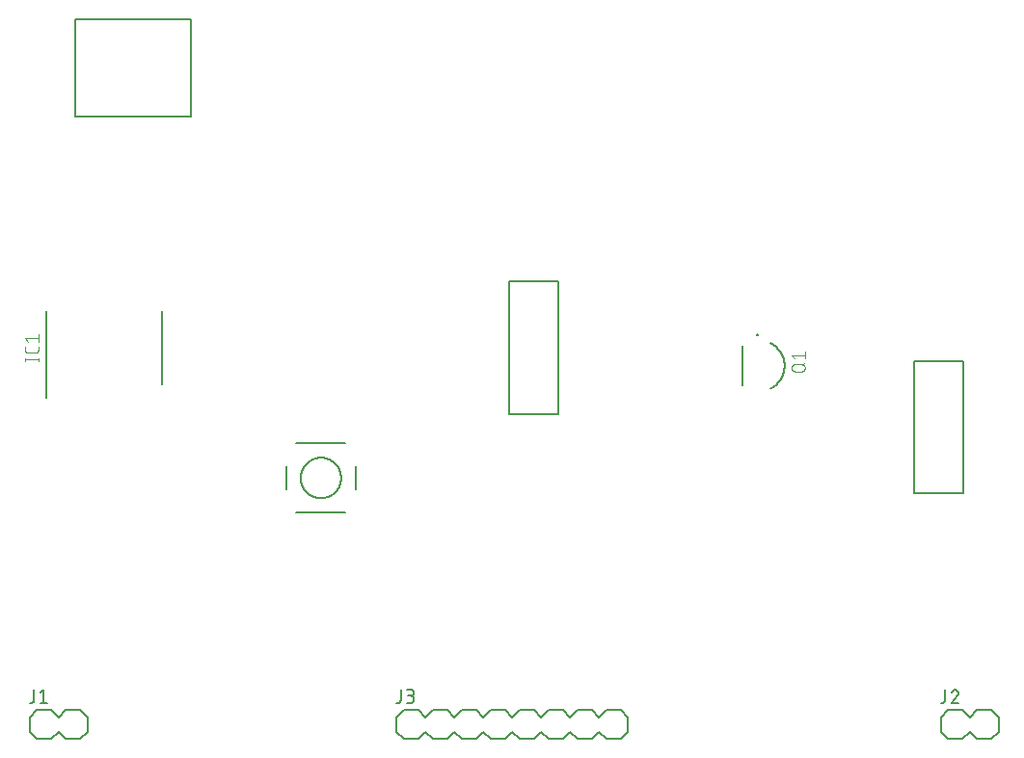
<source format=gbr>
G04 EAGLE Gerber RS-274X export*
G75*
%MOMM*%
%FSLAX34Y34*%
%LPD*%
%INSilkscreen Top*%
%IPPOS*%
%AMOC8*
5,1,8,0,0,1.08239X$1,22.5*%
G01*
%ADD10C,0.200000*%
%ADD11C,0.101600*%
%ADD12C,0.127000*%
%ADD13C,0.203200*%


D10*
X101650Y337250D02*
X101650Y413400D01*
X203150Y413400D02*
X203150Y348600D01*
D11*
X94742Y370692D02*
X83058Y370692D01*
X94742Y369394D02*
X94742Y371990D01*
X83058Y371990D02*
X83058Y369394D01*
X94742Y379154D02*
X94742Y381750D01*
X94742Y379154D02*
X94740Y379055D01*
X94734Y378955D01*
X94725Y378856D01*
X94712Y378758D01*
X94695Y378660D01*
X94674Y378562D01*
X94649Y378466D01*
X94621Y378371D01*
X94589Y378277D01*
X94554Y378184D01*
X94515Y378092D01*
X94472Y378002D01*
X94427Y377914D01*
X94377Y377827D01*
X94325Y377743D01*
X94269Y377660D01*
X94211Y377580D01*
X94149Y377502D01*
X94084Y377427D01*
X94016Y377354D01*
X93946Y377284D01*
X93873Y377216D01*
X93798Y377151D01*
X93720Y377089D01*
X93640Y377031D01*
X93557Y376975D01*
X93473Y376923D01*
X93386Y376873D01*
X93298Y376828D01*
X93208Y376785D01*
X93116Y376746D01*
X93023Y376711D01*
X92929Y376679D01*
X92834Y376651D01*
X92738Y376626D01*
X92640Y376605D01*
X92542Y376588D01*
X92444Y376575D01*
X92345Y376566D01*
X92245Y376560D01*
X92146Y376558D01*
X92146Y376557D02*
X85654Y376557D01*
X85555Y376559D01*
X85455Y376565D01*
X85356Y376574D01*
X85258Y376587D01*
X85160Y376605D01*
X85062Y376625D01*
X84966Y376650D01*
X84870Y376678D01*
X84776Y376710D01*
X84683Y376745D01*
X84592Y376784D01*
X84502Y376827D01*
X84413Y376872D01*
X84327Y376922D01*
X84242Y376974D01*
X84160Y377030D01*
X84080Y377089D01*
X84002Y377150D01*
X83926Y377215D01*
X83853Y377283D01*
X83783Y377353D01*
X83715Y377426D01*
X83650Y377502D01*
X83589Y377580D01*
X83530Y377660D01*
X83474Y377742D01*
X83422Y377827D01*
X83373Y377913D01*
X83327Y378002D01*
X83284Y378092D01*
X83245Y378183D01*
X83210Y378276D01*
X83178Y378370D01*
X83150Y378466D01*
X83125Y378562D01*
X83105Y378660D01*
X83087Y378758D01*
X83074Y378856D01*
X83065Y378955D01*
X83059Y379054D01*
X83057Y379154D01*
X83058Y379154D02*
X83058Y381750D01*
X85654Y386115D02*
X83058Y389361D01*
X94742Y389361D01*
X94742Y392606D02*
X94742Y386115D01*
D12*
X127000Y584200D02*
X127000Y670177D01*
X127000Y584200D02*
X228600Y584200D01*
X228600Y670177D01*
X127000Y670177D01*
D13*
X106350Y62700D02*
X93650Y62700D01*
X106350Y62700D02*
X112700Y56350D01*
X112700Y43650D02*
X106350Y37300D01*
X112700Y56350D02*
X119050Y62700D01*
X131750Y62700D01*
X138100Y56350D01*
X138100Y43650D02*
X131750Y37300D01*
X119050Y37300D01*
X112700Y43650D01*
X87300Y43650D02*
X87300Y56350D01*
X93650Y62700D01*
X87300Y43650D02*
X93650Y37300D01*
X106350Y37300D01*
X138100Y43650D02*
X138100Y56350D01*
D12*
X90983Y71463D02*
X90983Y80353D01*
X90983Y71463D02*
X90981Y71363D01*
X90975Y71264D01*
X90965Y71164D01*
X90952Y71066D01*
X90934Y70967D01*
X90913Y70870D01*
X90888Y70774D01*
X90859Y70678D01*
X90826Y70584D01*
X90790Y70491D01*
X90750Y70400D01*
X90706Y70310D01*
X90659Y70222D01*
X90609Y70136D01*
X90555Y70052D01*
X90498Y69970D01*
X90438Y69891D01*
X90374Y69813D01*
X90308Y69739D01*
X90239Y69667D01*
X90167Y69598D01*
X90093Y69532D01*
X90015Y69468D01*
X89936Y69408D01*
X89854Y69351D01*
X89770Y69297D01*
X89684Y69247D01*
X89596Y69200D01*
X89506Y69156D01*
X89415Y69116D01*
X89322Y69080D01*
X89228Y69047D01*
X89132Y69018D01*
X89036Y68993D01*
X88939Y68972D01*
X88840Y68954D01*
X88742Y68941D01*
X88642Y68931D01*
X88543Y68925D01*
X88443Y68923D01*
X87173Y68923D01*
X96392Y77813D02*
X99567Y80353D01*
X99567Y68923D01*
X96392Y68923D02*
X102742Y68923D01*
D13*
X321310Y236220D02*
X364490Y236220D01*
X364490Y297180D02*
X321310Y297180D01*
X312420Y276860D02*
X312420Y256720D01*
X373380Y256420D02*
X373380Y276860D01*
X325120Y266700D02*
X325125Y267136D01*
X325141Y267572D01*
X325168Y268008D01*
X325206Y268443D01*
X325254Y268876D01*
X325312Y269309D01*
X325382Y269740D01*
X325462Y270169D01*
X325552Y270596D01*
X325653Y271020D01*
X325764Y271442D01*
X325886Y271861D01*
X326017Y272277D01*
X326159Y272690D01*
X326311Y273099D01*
X326473Y273504D01*
X326645Y273905D01*
X326827Y274302D01*
X327018Y274694D01*
X327219Y275081D01*
X327430Y275464D01*
X327650Y275841D01*
X327879Y276212D01*
X328116Y276578D01*
X328363Y276938D01*
X328619Y277292D01*
X328883Y277639D01*
X329156Y277980D01*
X329437Y278313D01*
X329726Y278640D01*
X330023Y278960D01*
X330328Y279272D01*
X330640Y279577D01*
X330960Y279874D01*
X331287Y280163D01*
X331620Y280444D01*
X331961Y280717D01*
X332308Y280981D01*
X332662Y281237D01*
X333022Y281484D01*
X333388Y281721D01*
X333759Y281950D01*
X334136Y282170D01*
X334519Y282381D01*
X334906Y282582D01*
X335298Y282773D01*
X335695Y282955D01*
X336096Y283127D01*
X336501Y283289D01*
X336910Y283441D01*
X337323Y283583D01*
X337739Y283714D01*
X338158Y283836D01*
X338580Y283947D01*
X339004Y284048D01*
X339431Y284138D01*
X339860Y284218D01*
X340291Y284288D01*
X340724Y284346D01*
X341157Y284394D01*
X341592Y284432D01*
X342028Y284459D01*
X342464Y284475D01*
X342900Y284480D01*
X343336Y284475D01*
X343772Y284459D01*
X344208Y284432D01*
X344643Y284394D01*
X345076Y284346D01*
X345509Y284288D01*
X345940Y284218D01*
X346369Y284138D01*
X346796Y284048D01*
X347220Y283947D01*
X347642Y283836D01*
X348061Y283714D01*
X348477Y283583D01*
X348890Y283441D01*
X349299Y283289D01*
X349704Y283127D01*
X350105Y282955D01*
X350502Y282773D01*
X350894Y282582D01*
X351281Y282381D01*
X351664Y282170D01*
X352041Y281950D01*
X352412Y281721D01*
X352778Y281484D01*
X353138Y281237D01*
X353492Y280981D01*
X353839Y280717D01*
X354180Y280444D01*
X354513Y280163D01*
X354840Y279874D01*
X355160Y279577D01*
X355472Y279272D01*
X355777Y278960D01*
X356074Y278640D01*
X356363Y278313D01*
X356644Y277980D01*
X356917Y277639D01*
X357181Y277292D01*
X357437Y276938D01*
X357684Y276578D01*
X357921Y276212D01*
X358150Y275841D01*
X358370Y275464D01*
X358581Y275081D01*
X358782Y274694D01*
X358973Y274302D01*
X359155Y273905D01*
X359327Y273504D01*
X359489Y273099D01*
X359641Y272690D01*
X359783Y272277D01*
X359914Y271861D01*
X360036Y271442D01*
X360147Y271020D01*
X360248Y270596D01*
X360338Y270169D01*
X360418Y269740D01*
X360488Y269309D01*
X360546Y268876D01*
X360594Y268443D01*
X360632Y268008D01*
X360659Y267572D01*
X360675Y267136D01*
X360680Y266700D01*
X360675Y266264D01*
X360659Y265828D01*
X360632Y265392D01*
X360594Y264957D01*
X360546Y264524D01*
X360488Y264091D01*
X360418Y263660D01*
X360338Y263231D01*
X360248Y262804D01*
X360147Y262380D01*
X360036Y261958D01*
X359914Y261539D01*
X359783Y261123D01*
X359641Y260710D01*
X359489Y260301D01*
X359327Y259896D01*
X359155Y259495D01*
X358973Y259098D01*
X358782Y258706D01*
X358581Y258319D01*
X358370Y257936D01*
X358150Y257559D01*
X357921Y257188D01*
X357684Y256822D01*
X357437Y256462D01*
X357181Y256108D01*
X356917Y255761D01*
X356644Y255420D01*
X356363Y255087D01*
X356074Y254760D01*
X355777Y254440D01*
X355472Y254128D01*
X355160Y253823D01*
X354840Y253526D01*
X354513Y253237D01*
X354180Y252956D01*
X353839Y252683D01*
X353492Y252419D01*
X353138Y252163D01*
X352778Y251916D01*
X352412Y251679D01*
X352041Y251450D01*
X351664Y251230D01*
X351281Y251019D01*
X350894Y250818D01*
X350502Y250627D01*
X350105Y250445D01*
X349704Y250273D01*
X349299Y250111D01*
X348890Y249959D01*
X348477Y249817D01*
X348061Y249686D01*
X347642Y249564D01*
X347220Y249453D01*
X346796Y249352D01*
X346369Y249262D01*
X345940Y249182D01*
X345509Y249112D01*
X345076Y249054D01*
X344643Y249006D01*
X344208Y248968D01*
X343772Y248941D01*
X343336Y248925D01*
X342900Y248920D01*
X342464Y248925D01*
X342028Y248941D01*
X341592Y248968D01*
X341157Y249006D01*
X340724Y249054D01*
X340291Y249112D01*
X339860Y249182D01*
X339431Y249262D01*
X339004Y249352D01*
X338580Y249453D01*
X338158Y249564D01*
X337739Y249686D01*
X337323Y249817D01*
X336910Y249959D01*
X336501Y250111D01*
X336096Y250273D01*
X335695Y250445D01*
X335298Y250627D01*
X334906Y250818D01*
X334519Y251019D01*
X334136Y251230D01*
X333759Y251450D01*
X333388Y251679D01*
X333022Y251916D01*
X332662Y252163D01*
X332308Y252419D01*
X331961Y252683D01*
X331620Y252956D01*
X331287Y253237D01*
X330960Y253526D01*
X330640Y253823D01*
X330328Y254128D01*
X330023Y254440D01*
X329726Y254760D01*
X329437Y255087D01*
X329156Y255420D01*
X328883Y255761D01*
X328619Y256108D01*
X328363Y256462D01*
X328116Y256822D01*
X327879Y257188D01*
X327650Y257559D01*
X327430Y257936D01*
X327219Y258319D01*
X327018Y258706D01*
X326827Y259098D01*
X326645Y259495D01*
X326473Y259896D01*
X326311Y260301D01*
X326159Y260710D01*
X326017Y261123D01*
X325886Y261539D01*
X325764Y261958D01*
X325653Y262380D01*
X325552Y262804D01*
X325462Y263231D01*
X325382Y263660D01*
X325312Y264091D01*
X325254Y264524D01*
X325206Y264957D01*
X325168Y265392D01*
X325141Y265828D01*
X325125Y266264D01*
X325120Y266700D01*
X507840Y322850D02*
X551340Y322850D01*
X551340Y439150D01*
X507840Y439150D01*
X507840Y322850D01*
D10*
X713200Y348160D02*
X713200Y382460D01*
X713200Y348160D01*
X737899Y345421D02*
X738380Y345677D01*
X738853Y345944D01*
X739321Y346223D01*
X739781Y346513D01*
X740234Y346814D01*
X740680Y347127D01*
X741118Y347449D01*
X741548Y347783D01*
X741969Y348127D01*
X742383Y348481D01*
X742787Y348844D01*
X743183Y349218D01*
X743569Y349601D01*
X743946Y349993D01*
X744313Y350395D01*
X744671Y350805D01*
X745018Y351224D01*
X745355Y351651D01*
X745682Y352086D01*
X745998Y352529D01*
X746303Y352979D01*
X746597Y353437D01*
X746880Y353902D01*
X747151Y354373D01*
X747411Y354851D01*
X747660Y355335D01*
X747896Y355825D01*
X748121Y356321D01*
X748333Y356822D01*
X748533Y357328D01*
X748721Y357839D01*
X748896Y358354D01*
X749059Y358873D01*
X749209Y359396D01*
X749346Y359922D01*
X749471Y360452D01*
X749582Y360985D01*
X749681Y361520D01*
X749766Y362057D01*
X749839Y362596D01*
X749898Y363137D01*
X749945Y363679D01*
X749978Y364222D01*
X749997Y364766D01*
X750004Y365310D01*
X749997Y365854D01*
X749978Y366398D01*
X749945Y366941D01*
X749898Y367483D01*
X749839Y368024D01*
X749766Y368563D01*
X749681Y369100D01*
X749582Y369635D01*
X749471Y370168D01*
X749346Y370698D01*
X749209Y371224D01*
X749059Y371747D01*
X748896Y372266D01*
X748721Y372781D01*
X748533Y373292D01*
X748333Y373798D01*
X748121Y374299D01*
X747896Y374795D01*
X747660Y375285D01*
X747411Y375769D01*
X747151Y376247D01*
X746880Y376718D01*
X746597Y377183D01*
X746303Y377641D01*
X745998Y378091D01*
X745682Y378534D01*
X745355Y378969D01*
X745018Y379396D01*
X744671Y379815D01*
X744313Y380225D01*
X743946Y380627D01*
X743569Y381019D01*
X743183Y381402D01*
X742787Y381776D01*
X742383Y382139D01*
X741969Y382493D01*
X741548Y382837D01*
X741118Y383171D01*
X740680Y383493D01*
X740234Y383806D01*
X739781Y384107D01*
X739321Y384397D01*
X738853Y384676D01*
X738380Y384943D01*
X737899Y385199D01*
X725810Y392630D02*
X725812Y392668D01*
X725818Y392706D01*
X725827Y392744D01*
X725841Y392780D01*
X725858Y392814D01*
X725878Y392847D01*
X725902Y392878D01*
X725928Y392905D01*
X725957Y392930D01*
X725989Y392952D01*
X726023Y392971D01*
X726058Y392986D01*
X726095Y392998D01*
X726132Y393006D01*
X726171Y393010D01*
X726209Y393010D01*
X726248Y393006D01*
X726285Y392998D01*
X726322Y392986D01*
X726357Y392971D01*
X726391Y392952D01*
X726423Y392930D01*
X726452Y392905D01*
X726478Y392878D01*
X726502Y392847D01*
X726522Y392814D01*
X726539Y392780D01*
X726553Y392744D01*
X726562Y392706D01*
X726568Y392668D01*
X726570Y392630D01*
X726568Y392592D01*
X726562Y392554D01*
X726553Y392516D01*
X726539Y392480D01*
X726522Y392446D01*
X726502Y392413D01*
X726478Y392382D01*
X726452Y392355D01*
X726423Y392330D01*
X726391Y392308D01*
X726357Y392289D01*
X726322Y392274D01*
X726285Y392262D01*
X726248Y392254D01*
X726209Y392250D01*
X726171Y392250D01*
X726132Y392254D01*
X726095Y392262D01*
X726058Y392274D01*
X726023Y392289D01*
X725989Y392308D01*
X725957Y392330D01*
X725928Y392355D01*
X725902Y392382D01*
X725878Y392413D01*
X725858Y392446D01*
X725841Y392480D01*
X725827Y392516D01*
X725818Y392554D01*
X725812Y392592D01*
X725810Y392630D01*
D11*
X759414Y360243D02*
X764606Y360243D01*
X759414Y360242D02*
X759301Y360244D01*
X759188Y360250D01*
X759075Y360260D01*
X758962Y360274D01*
X758850Y360291D01*
X758739Y360313D01*
X758629Y360338D01*
X758519Y360368D01*
X758411Y360401D01*
X758304Y360438D01*
X758198Y360478D01*
X758094Y360523D01*
X757991Y360571D01*
X757890Y360622D01*
X757791Y360677D01*
X757694Y360735D01*
X757599Y360797D01*
X757506Y360862D01*
X757416Y360930D01*
X757328Y361001D01*
X757242Y361076D01*
X757159Y361153D01*
X757079Y361233D01*
X757002Y361316D01*
X756927Y361402D01*
X756856Y361490D01*
X756788Y361580D01*
X756723Y361673D01*
X756661Y361768D01*
X756603Y361865D01*
X756548Y361964D01*
X756497Y362065D01*
X756449Y362168D01*
X756404Y362272D01*
X756364Y362378D01*
X756327Y362485D01*
X756294Y362593D01*
X756264Y362703D01*
X756239Y362813D01*
X756217Y362924D01*
X756200Y363036D01*
X756186Y363149D01*
X756176Y363262D01*
X756170Y363375D01*
X756168Y363488D01*
X756170Y363601D01*
X756176Y363714D01*
X756186Y363827D01*
X756200Y363940D01*
X756217Y364052D01*
X756239Y364163D01*
X756264Y364273D01*
X756294Y364383D01*
X756327Y364491D01*
X756364Y364598D01*
X756404Y364704D01*
X756449Y364808D01*
X756497Y364911D01*
X756548Y365012D01*
X756603Y365111D01*
X756661Y365208D01*
X756723Y365303D01*
X756788Y365396D01*
X756856Y365486D01*
X756927Y365574D01*
X757002Y365660D01*
X757079Y365743D01*
X757159Y365823D01*
X757242Y365900D01*
X757328Y365975D01*
X757416Y366046D01*
X757506Y366114D01*
X757599Y366179D01*
X757694Y366241D01*
X757791Y366299D01*
X757890Y366354D01*
X757991Y366405D01*
X758094Y366453D01*
X758198Y366498D01*
X758304Y366538D01*
X758411Y366575D01*
X758519Y366608D01*
X758629Y366638D01*
X758739Y366663D01*
X758850Y366685D01*
X758962Y366702D01*
X759075Y366716D01*
X759188Y366726D01*
X759301Y366732D01*
X759414Y366734D01*
X764606Y366734D01*
X764719Y366732D01*
X764832Y366726D01*
X764945Y366716D01*
X765058Y366702D01*
X765170Y366685D01*
X765281Y366663D01*
X765391Y366638D01*
X765501Y366608D01*
X765609Y366575D01*
X765716Y366538D01*
X765822Y366498D01*
X765926Y366453D01*
X766029Y366405D01*
X766130Y366354D01*
X766229Y366299D01*
X766326Y366241D01*
X766421Y366179D01*
X766514Y366114D01*
X766604Y366046D01*
X766692Y365975D01*
X766778Y365900D01*
X766861Y365823D01*
X766941Y365743D01*
X767018Y365660D01*
X767093Y365574D01*
X767164Y365486D01*
X767232Y365396D01*
X767297Y365303D01*
X767359Y365208D01*
X767417Y365111D01*
X767472Y365012D01*
X767523Y364911D01*
X767571Y364808D01*
X767616Y364704D01*
X767656Y364598D01*
X767693Y364491D01*
X767726Y364383D01*
X767756Y364273D01*
X767781Y364163D01*
X767803Y364052D01*
X767820Y363940D01*
X767834Y363827D01*
X767844Y363714D01*
X767850Y363601D01*
X767852Y363488D01*
X767850Y363375D01*
X767844Y363262D01*
X767834Y363149D01*
X767820Y363036D01*
X767803Y362924D01*
X767781Y362813D01*
X767756Y362703D01*
X767726Y362593D01*
X767693Y362485D01*
X767656Y362378D01*
X767616Y362272D01*
X767571Y362168D01*
X767523Y362065D01*
X767472Y361964D01*
X767417Y361865D01*
X767359Y361768D01*
X767297Y361673D01*
X767232Y361580D01*
X767164Y361490D01*
X767093Y361402D01*
X767018Y361316D01*
X766941Y361233D01*
X766861Y361153D01*
X766778Y361076D01*
X766692Y361001D01*
X766604Y360930D01*
X766514Y360862D01*
X766421Y360797D01*
X766326Y360735D01*
X766229Y360677D01*
X766130Y360622D01*
X766029Y360571D01*
X765926Y360523D01*
X765822Y360478D01*
X765716Y360438D01*
X765609Y360401D01*
X765501Y360368D01*
X765391Y360338D01*
X765281Y360313D01*
X765170Y360291D01*
X765058Y360274D01*
X764945Y360260D01*
X764832Y360250D01*
X764719Y360244D01*
X764606Y360242D01*
X765256Y365435D02*
X767852Y368032D01*
X758764Y371386D02*
X756168Y374632D01*
X767852Y374632D01*
X767852Y377877D02*
X767852Y371386D01*
D13*
X863440Y369300D02*
X906940Y369300D01*
X863440Y369300D02*
X863440Y253000D01*
X906940Y253000D01*
X906940Y369300D01*
X580750Y62700D02*
X568050Y62700D01*
X580750Y62700D02*
X587100Y56350D01*
X587100Y43650D02*
X580750Y37300D01*
X542650Y62700D02*
X536300Y56350D01*
X542650Y62700D02*
X555350Y62700D01*
X561700Y56350D01*
X561700Y43650D02*
X555350Y37300D01*
X542650Y37300D01*
X536300Y43650D01*
X561700Y56350D02*
X568050Y62700D01*
X561700Y43650D02*
X568050Y37300D01*
X580750Y37300D01*
X504550Y62700D02*
X491850Y62700D01*
X504550Y62700D02*
X510900Y56350D01*
X510900Y43650D02*
X504550Y37300D01*
X510900Y56350D02*
X517250Y62700D01*
X529950Y62700D01*
X536300Y56350D01*
X536300Y43650D02*
X529950Y37300D01*
X517250Y37300D01*
X510900Y43650D01*
X466450Y62700D02*
X460100Y56350D01*
X466450Y62700D02*
X479150Y62700D01*
X485500Y56350D01*
X485500Y43650D02*
X479150Y37300D01*
X466450Y37300D01*
X460100Y43650D01*
X485500Y56350D02*
X491850Y62700D01*
X485500Y43650D02*
X491850Y37300D01*
X504550Y37300D01*
X428350Y62700D02*
X415650Y62700D01*
X428350Y62700D02*
X434700Y56350D01*
X434700Y43650D02*
X428350Y37300D01*
X434700Y56350D02*
X441050Y62700D01*
X453750Y62700D01*
X460100Y56350D01*
X460100Y43650D02*
X453750Y37300D01*
X441050Y37300D01*
X434700Y43650D01*
X409300Y43650D02*
X409300Y56350D01*
X415650Y62700D01*
X409300Y43650D02*
X415650Y37300D01*
X428350Y37300D01*
X593450Y62700D02*
X606150Y62700D01*
X612500Y56350D01*
X612500Y43650D01*
X606150Y37300D01*
X587100Y56350D02*
X593450Y62700D01*
X587100Y43650D02*
X593450Y37300D01*
X606150Y37300D01*
D12*
X412983Y71463D02*
X412983Y80353D01*
X412983Y71463D02*
X412981Y71363D01*
X412975Y71264D01*
X412965Y71164D01*
X412952Y71066D01*
X412934Y70967D01*
X412913Y70870D01*
X412888Y70774D01*
X412859Y70678D01*
X412826Y70584D01*
X412790Y70491D01*
X412750Y70400D01*
X412706Y70310D01*
X412659Y70222D01*
X412609Y70136D01*
X412555Y70052D01*
X412498Y69970D01*
X412438Y69891D01*
X412374Y69813D01*
X412308Y69739D01*
X412239Y69667D01*
X412167Y69598D01*
X412093Y69532D01*
X412015Y69468D01*
X411936Y69408D01*
X411854Y69351D01*
X411770Y69297D01*
X411684Y69247D01*
X411596Y69200D01*
X411506Y69156D01*
X411415Y69116D01*
X411322Y69080D01*
X411228Y69047D01*
X411132Y69018D01*
X411036Y68993D01*
X410939Y68972D01*
X410840Y68954D01*
X410742Y68941D01*
X410642Y68931D01*
X410543Y68925D01*
X410443Y68923D01*
X409173Y68923D01*
X418392Y68923D02*
X421567Y68923D01*
X421678Y68925D01*
X421788Y68931D01*
X421899Y68940D01*
X422009Y68954D01*
X422118Y68971D01*
X422227Y68992D01*
X422335Y69017D01*
X422442Y69046D01*
X422548Y69078D01*
X422653Y69114D01*
X422756Y69154D01*
X422858Y69197D01*
X422959Y69244D01*
X423058Y69295D01*
X423155Y69348D01*
X423249Y69405D01*
X423342Y69466D01*
X423433Y69529D01*
X423522Y69596D01*
X423608Y69666D01*
X423691Y69739D01*
X423773Y69814D01*
X423851Y69892D01*
X423926Y69974D01*
X423999Y70057D01*
X424069Y70143D01*
X424136Y70232D01*
X424199Y70323D01*
X424260Y70416D01*
X424317Y70510D01*
X424370Y70607D01*
X424421Y70706D01*
X424468Y70807D01*
X424511Y70909D01*
X424551Y71012D01*
X424587Y71117D01*
X424619Y71223D01*
X424648Y71330D01*
X424673Y71438D01*
X424694Y71547D01*
X424711Y71656D01*
X424725Y71766D01*
X424734Y71877D01*
X424740Y71987D01*
X424742Y72098D01*
X424740Y72209D01*
X424734Y72319D01*
X424725Y72430D01*
X424711Y72540D01*
X424694Y72649D01*
X424673Y72758D01*
X424648Y72866D01*
X424619Y72973D01*
X424587Y73079D01*
X424551Y73184D01*
X424511Y73287D01*
X424468Y73389D01*
X424421Y73490D01*
X424370Y73589D01*
X424317Y73685D01*
X424260Y73780D01*
X424199Y73873D01*
X424136Y73964D01*
X424069Y74053D01*
X423999Y74139D01*
X423926Y74222D01*
X423851Y74304D01*
X423773Y74382D01*
X423691Y74457D01*
X423608Y74530D01*
X423522Y74600D01*
X423433Y74667D01*
X423342Y74730D01*
X423249Y74791D01*
X423155Y74848D01*
X423058Y74901D01*
X422959Y74952D01*
X422858Y74999D01*
X422756Y75042D01*
X422653Y75082D01*
X422548Y75118D01*
X422442Y75150D01*
X422335Y75179D01*
X422227Y75204D01*
X422118Y75225D01*
X422009Y75242D01*
X421899Y75256D01*
X421788Y75265D01*
X421678Y75271D01*
X421567Y75273D01*
X422202Y80353D02*
X418392Y80353D01*
X422202Y80353D02*
X422302Y80351D01*
X422401Y80345D01*
X422501Y80335D01*
X422599Y80322D01*
X422698Y80304D01*
X422795Y80283D01*
X422891Y80258D01*
X422987Y80229D01*
X423081Y80196D01*
X423174Y80160D01*
X423265Y80120D01*
X423355Y80076D01*
X423443Y80029D01*
X423529Y79979D01*
X423613Y79925D01*
X423695Y79868D01*
X423774Y79808D01*
X423852Y79744D01*
X423926Y79678D01*
X423998Y79609D01*
X424067Y79537D01*
X424133Y79463D01*
X424197Y79385D01*
X424257Y79306D01*
X424314Y79224D01*
X424368Y79140D01*
X424418Y79054D01*
X424465Y78966D01*
X424509Y78876D01*
X424549Y78785D01*
X424585Y78692D01*
X424618Y78598D01*
X424647Y78502D01*
X424672Y78406D01*
X424693Y78309D01*
X424711Y78210D01*
X424724Y78112D01*
X424734Y78012D01*
X424740Y77913D01*
X424742Y77813D01*
X424740Y77713D01*
X424734Y77614D01*
X424724Y77514D01*
X424711Y77416D01*
X424693Y77317D01*
X424672Y77220D01*
X424647Y77124D01*
X424618Y77028D01*
X424585Y76934D01*
X424549Y76841D01*
X424509Y76750D01*
X424465Y76660D01*
X424418Y76572D01*
X424368Y76486D01*
X424314Y76402D01*
X424257Y76320D01*
X424197Y76241D01*
X424133Y76163D01*
X424067Y76089D01*
X423998Y76017D01*
X423926Y75948D01*
X423852Y75882D01*
X423774Y75818D01*
X423695Y75758D01*
X423613Y75701D01*
X423529Y75647D01*
X423443Y75597D01*
X423355Y75550D01*
X423265Y75506D01*
X423174Y75466D01*
X423081Y75430D01*
X422987Y75397D01*
X422891Y75368D01*
X422795Y75343D01*
X422698Y75322D01*
X422599Y75304D01*
X422501Y75291D01*
X422401Y75281D01*
X422302Y75275D01*
X422202Y75273D01*
X419662Y75273D01*
D13*
X893650Y62700D02*
X906350Y62700D01*
X912700Y56350D01*
X912700Y43650D02*
X906350Y37300D01*
X912700Y56350D02*
X919050Y62700D01*
X931750Y62700D01*
X938100Y56350D01*
X938100Y43650D02*
X931750Y37300D01*
X919050Y37300D01*
X912700Y43650D01*
X887300Y43650D02*
X887300Y56350D01*
X893650Y62700D01*
X887300Y43650D02*
X893650Y37300D01*
X906350Y37300D01*
X938100Y43650D02*
X938100Y56350D01*
D12*
X890983Y71463D02*
X890983Y80353D01*
X890983Y71463D02*
X890981Y71363D01*
X890975Y71264D01*
X890965Y71164D01*
X890952Y71066D01*
X890934Y70967D01*
X890913Y70870D01*
X890888Y70774D01*
X890859Y70678D01*
X890826Y70584D01*
X890790Y70491D01*
X890750Y70400D01*
X890706Y70310D01*
X890659Y70222D01*
X890609Y70136D01*
X890555Y70052D01*
X890498Y69970D01*
X890438Y69891D01*
X890374Y69813D01*
X890308Y69739D01*
X890239Y69667D01*
X890167Y69598D01*
X890093Y69532D01*
X890015Y69468D01*
X889936Y69408D01*
X889854Y69351D01*
X889770Y69297D01*
X889684Y69247D01*
X889596Y69200D01*
X889506Y69156D01*
X889415Y69116D01*
X889322Y69080D01*
X889228Y69047D01*
X889132Y69018D01*
X889036Y68993D01*
X888939Y68972D01*
X888840Y68954D01*
X888742Y68941D01*
X888642Y68931D01*
X888543Y68925D01*
X888443Y68923D01*
X887173Y68923D01*
X899884Y80354D02*
X899988Y80352D01*
X900093Y80346D01*
X900197Y80337D01*
X900300Y80324D01*
X900403Y80306D01*
X900505Y80286D01*
X900607Y80261D01*
X900707Y80233D01*
X900807Y80201D01*
X900905Y80165D01*
X901002Y80126D01*
X901097Y80084D01*
X901191Y80038D01*
X901283Y79988D01*
X901373Y79936D01*
X901461Y79880D01*
X901547Y79820D01*
X901631Y79758D01*
X901712Y79693D01*
X901791Y79625D01*
X901868Y79553D01*
X901941Y79480D01*
X902013Y79403D01*
X902081Y79324D01*
X902146Y79243D01*
X902208Y79159D01*
X902268Y79073D01*
X902324Y78985D01*
X902376Y78895D01*
X902426Y78803D01*
X902472Y78709D01*
X902514Y78614D01*
X902553Y78517D01*
X902589Y78419D01*
X902621Y78319D01*
X902649Y78219D01*
X902674Y78117D01*
X902694Y78015D01*
X902712Y77912D01*
X902725Y77809D01*
X902734Y77705D01*
X902740Y77600D01*
X902742Y77496D01*
X899884Y80353D02*
X899766Y80351D01*
X899647Y80345D01*
X899529Y80336D01*
X899412Y80323D01*
X899295Y80305D01*
X899178Y80285D01*
X899062Y80260D01*
X898947Y80232D01*
X898834Y80199D01*
X898721Y80164D01*
X898609Y80124D01*
X898499Y80082D01*
X898390Y80035D01*
X898282Y79985D01*
X898177Y79932D01*
X898073Y79875D01*
X897971Y79815D01*
X897871Y79752D01*
X897773Y79685D01*
X897677Y79616D01*
X897584Y79543D01*
X897493Y79467D01*
X897404Y79389D01*
X897318Y79307D01*
X897235Y79223D01*
X897154Y79137D01*
X897077Y79047D01*
X897002Y78956D01*
X896930Y78862D01*
X896861Y78765D01*
X896796Y78667D01*
X896733Y78566D01*
X896674Y78463D01*
X896618Y78359D01*
X896566Y78253D01*
X896517Y78145D01*
X896472Y78036D01*
X896430Y77925D01*
X896392Y77813D01*
X901790Y75274D02*
X901866Y75349D01*
X901941Y75428D01*
X902012Y75509D01*
X902081Y75593D01*
X902146Y75679D01*
X902208Y75767D01*
X902268Y75857D01*
X902324Y75949D01*
X902377Y76044D01*
X902426Y76140D01*
X902472Y76238D01*
X902515Y76337D01*
X902554Y76438D01*
X902589Y76540D01*
X902621Y76643D01*
X902649Y76747D01*
X902674Y76852D01*
X902695Y76959D01*
X902712Y77065D01*
X902725Y77172D01*
X902734Y77280D01*
X902740Y77388D01*
X902742Y77496D01*
X901789Y75273D02*
X896392Y68923D01*
X902742Y68923D01*
M02*

</source>
